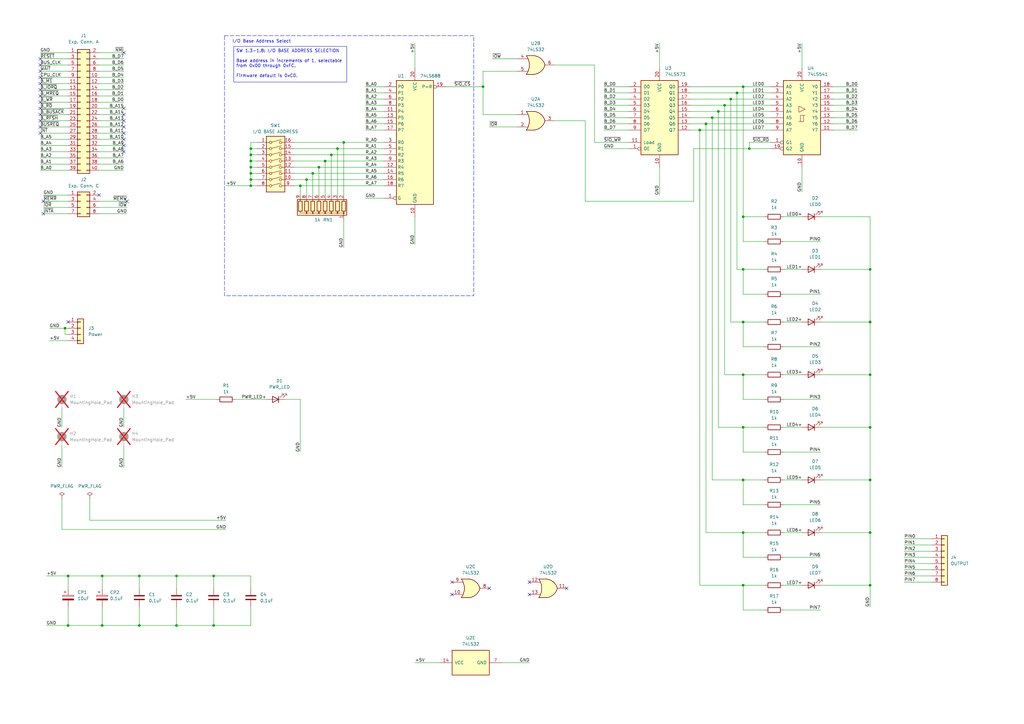
<source format=kicad_sch>
(kicad_sch (version 20231120) (generator "eeschema") (generator_version "8.0")
  (paper "A3")
  (title_block (title "Simple I/O board") (date "2024-06-30") (rev "1.0") (comment 1 "Requires expansion connector C"))
  (junction (at 27.94 256.54))
  (junction (at 294.64 45.72))
  (junction (at 41.91 256.54))
  (junction (at 287.02 53.34))
  (junction (at 130.81 68.58))
  (junction (at 102.87 60.96))
  (junction (at 41.91 236.22))
  (junction (at 26.67 134.62))
  (junction (at 87.63 256.54))
  (junction (at 27.94 236.22))
  (junction (at 87.63 236.22))
  (junction (at 102.87 66.04))
  (junction (at 123.19 76.2))
  (junction (at 133.35 66.04))
  (junction (at 102.87 76.2))
  (junction (at 304.8 88.9))
  (junction (at 138.43 60.96))
  (junction (at 356.87 153.67))
  (junction (at 356.87 196.85))
  (junction (at 57.15 236.22))
  (junction (at 356.87 218.44))
  (junction (at 302.26 38.1))
  (junction (at 356.87 110.49))
  (junction (at 198.12 35.56))
  (junction (at 356.87 132.08))
  (junction (at 304.8 153.67))
  (junction (at 304.8 175.26))
  (junction (at 304.8 240.03))
  (junction (at 72.39 236.22))
  (junction (at 102.87 63.5))
  (junction (at 102.87 68.58))
  (junction (at 292.1 48.26))
  (junction (at 299.72 40.64))
  (junction (at 135.89 63.5))
  (junction (at 297.18 43.18))
  (junction (at 304.8 110.49))
  (junction (at 72.39 256.54))
  (junction (at 128.27 71.12))
  (junction (at 140.97 58.42))
  (junction (at 102.87 71.12))
  (junction (at 307.34 60.96))
  (junction (at 102.87 73.66))
  (junction (at 289.56 50.8))
  (junction (at 304.8 218.44))
  (junction (at 57.15 256.54))
  (junction (at 304.8 35.56))
  (junction (at 356.87 175.26))
  (junction (at 356.87 240.03))
  (junction (at 304.8 132.08))
  (junction (at 304.8 196.85))
  (junction (at 125.73 73.66))
  (no_connect (at 50.8 46.99))
  (no_connect (at 50.8 44.45))
  (no_connect (at 217.17 238.76))
  (no_connect (at 50.8 62.23))
  (no_connect (at 50.8 59.69))
  (no_connect (at 16.51 24.13))
  (no_connect (at 16.51 54.61))
  (no_connect (at 50.8 49.53))
  (no_connect (at 50.8 21.59))
  (no_connect (at 16.51 36.83))
  (no_connect (at 232.41 241.3))
  (no_connect (at 52.07 82.55))
  (no_connect (at 16.51 29.21))
  (no_connect (at 16.51 41.91))
  (no_connect (at 27.94 132.08))
  (no_connect (at 16.51 26.67))
  (no_connect (at 185.42 238.76))
  (no_connect (at 17.78 87.63))
  (no_connect (at 185.42 243.84))
  (no_connect (at 17.78 82.55))
  (no_connect (at 16.51 44.45))
  (no_connect (at 16.51 46.99))
  (no_connect (at 50.8 54.61))
  (no_connect (at 16.51 52.07))
  (no_connect (at 200.66 241.3))
  (no_connect (at 16.51 39.37))
  (no_connect (at 40.64 80.01))
  (no_connect (at 50.8 52.07))
  (no_connect (at 16.51 34.29))
  (no_connect (at 50.8 57.15))
  (no_connect (at 16.51 31.75))
  (no_connect (at 217.17 243.84))
  (no_connect (at 16.51 49.53))
  (wire (pts (xy 50.8 36.83) (xy 40.64 36.83)))
  (wire (pts (xy 72.39 256.54) (xy 57.15 256.54)))
  (wire (pts (xy 356.87 132.08) (xy 356.87 153.67)))
  (wire (pts (xy 102.87 71.12) (xy 105.41 71.12)))
  (wire (pts (xy 25.4 204.47) (xy 25.4 217.17)))
  (wire (pts (xy 102.87 68.58) (xy 105.41 68.58)))
  (wire (pts (xy 321.31 142.24) (xy 336.55 142.24)))
  (wire (pts (xy 321.31 88.9) (xy 328.93 88.9)))
  (wire (pts (xy 328.93 68.58) (xy 328.93 78.74)))
  (wire (pts (xy 304.8 35.56) (xy 316.23 35.56)))
  (wire (pts (xy 57.15 241.3) (xy 57.15 236.22)))
  (wire (pts (xy 16.51 36.83) (xy 27.94 36.83)))
  (wire (pts (xy 294.64 45.72) (xy 316.23 45.72)))
  (wire (pts (xy 321.31 132.08) (xy 328.93 132.08)))
  (wire (pts (xy 16.51 46.99) (xy 27.94 46.99)))
  (wire (pts (xy 351.79 45.72) (xy 341.63 45.72)))
  (wire (pts (xy 304.8 110.49) (xy 302.26 110.49)))
  (wire (pts (xy 336.55 218.44) (xy 356.87 218.44)))
  (wire (pts (xy 247.65 35.56) (xy 257.81 35.56)))
  (wire (pts (xy 356.87 218.44) (xy 356.87 240.03)))
  (wire (pts (xy 50.8 167.64) (xy 50.8 175.26)))
  (wire (pts (xy 149.86 48.26) (xy 157.48 48.26)))
  (wire (pts (xy 57.15 256.54) (xy 41.91 256.54)))
  (wire (pts (xy 336.55 88.9) (xy 356.87 88.9)))
  (wire (pts (xy 17.78 80.01) (xy 27.94 80.01)))
  (wire (pts (xy 283.21 38.1) (xy 302.26 38.1)))
  (wire (pts (xy 289.56 50.8) (xy 316.23 50.8)))
  (wire (pts (xy 370.84 223.52) (xy 382.27 223.52)))
  (wire (pts (xy 140.97 58.42) (xy 140.97 80.01)))
  (wire (pts (xy 128.27 71.12) (xy 128.27 80.01)))
  (wire (pts (xy 304.8 175.26) (xy 294.64 175.26)))
  (wire (pts (xy 247.65 48.26) (xy 257.81 48.26)))
  (wire (pts (xy 40.64 85.09) (xy 52.07 85.09)))
  (wire (pts (xy 19.05 236.22) (xy 27.94 236.22)))
  (wire (pts (xy 50.8 41.91) (xy 40.64 41.91)))
  (wire (pts (xy 27.94 236.22) (xy 27.94 241.3)))
  (wire (pts (xy 149.86 35.56) (xy 157.48 35.56)))
  (wire (pts (xy 321.31 120.65) (xy 336.55 120.65)))
  (wire (pts (xy 105.41 60.96) (xy 102.87 60.96)))
  (wire (pts (xy 287.02 53.34) (xy 316.23 53.34)))
  (wire (pts (xy 356.87 240.03) (xy 356.87 248.92)))
  (wire (pts (xy 316.23 58.42) (xy 307.34 58.42)))
  (wire (pts (xy 16.51 69.85) (xy 27.94 69.85)))
  (wire (pts (xy 336.55 196.85) (xy 356.87 196.85)))
  (wire (pts (xy 27.94 85.09) (xy 17.78 85.09)))
  (wire (pts (xy 50.8 52.07) (xy 40.64 52.07)))
  (wire (pts (xy 120.65 68.58) (xy 130.81 68.58)))
  (wire (pts (xy 243.84 26.67) (xy 227.33 26.67)))
  (wire (pts (xy 304.8 120.65) (xy 304.8 110.49)))
  (wire (pts (xy 304.8 240.03) (xy 313.69 240.03)))
  (wire (pts (xy 102.87 73.66) (xy 105.41 73.66)))
  (wire (pts (xy 283.21 40.64) (xy 299.72 40.64)))
  (wire (pts (xy 140.97 90.17) (xy 140.97 101.6)))
  (wire (pts (xy 287.02 53.34) (xy 287.02 240.03)))
  (wire (pts (xy 304.8 163.83) (xy 304.8 153.67)))
  (wire (pts (xy 50.8 57.15) (xy 40.64 57.15)))
  (wire (pts (xy 25.4 182.88) (xy 25.4 191.77)))
  (wire (pts (xy 304.8 240.03) (xy 287.02 240.03)))
  (wire (pts (xy 16.51 41.91) (xy 27.94 41.91)))
  (wire (pts (xy 27.94 256.54) (xy 27.94 248.92)))
  (wire (pts (xy 257.81 58.42) (xy 243.84 58.42)))
  (wire (pts (xy 243.84 58.42) (xy 243.84 26.67)))
  (wire (pts (xy 40.64 82.55) (xy 52.07 82.55)))
  (wire (pts (xy 50.8 62.23) (xy 40.64 62.23)))
  (wire (pts (xy 20.32 134.62) (xy 26.67 134.62)))
  (wire (pts (xy 50.8 54.61) (xy 40.64 54.61)))
  (wire (pts (xy 299.72 40.64) (xy 299.72 132.08)))
  (wire (pts (xy 304.8 153.67) (xy 297.18 153.67)))
  (wire (pts (xy 283.21 48.26) (xy 292.1 48.26)))
  (wire (pts (xy 356.87 88.9) (xy 356.87 110.49)))
  (wire (pts (xy 336.55 240.03) (xy 356.87 240.03)))
  (wire (pts (xy 304.8 153.67) (xy 313.69 153.67)))
  (wire (pts (xy 299.72 132.08) (xy 304.8 132.08)))
  (wire (pts (xy 16.51 54.61) (xy 27.94 54.61)))
  (wire (pts (xy 123.19 163.83) (xy 123.19 185.42)))
  (wire (pts (xy 102.87 66.04) (xy 102.87 63.5)))
  (wire (pts (xy 120.65 60.96) (xy 138.43 60.96)))
  (wire (pts (xy 130.81 68.58) (xy 130.81 80.01)))
  (wire (pts (xy 50.8 49.53) (xy 40.64 49.53)))
  (wire (pts (xy 50.8 24.13) (xy 40.64 24.13)))
  (wire (pts (xy 76.2 163.83) (xy 88.9 163.83)))
  (wire (pts (xy 336.55 132.08) (xy 356.87 132.08)))
  (wire (pts (xy 16.51 44.45) (xy 27.94 44.45)))
  (wire (pts (xy 336.55 153.67) (xy 356.87 153.67)))
  (wire (pts (xy 370.84 238.76) (xy 382.27 238.76)))
  (wire (pts (xy 128.27 71.12) (xy 157.48 71.12)))
  (wire (pts (xy 50.8 34.29) (xy 40.64 34.29)))
  (wire (pts (xy 50.8 46.99) (xy 40.64 46.99)))
  (wire (pts (xy 157.48 81.28) (xy 149.86 81.28)))
  (wire (pts (xy 123.19 76.2) (xy 157.48 76.2)))
  (wire (pts (xy 313.69 185.42) (xy 304.8 185.42)))
  (wire (pts (xy 316.23 60.96) (xy 307.34 60.96)))
  (wire (pts (xy 356.87 153.67) (xy 356.87 175.26)))
  (wire (pts (xy 212.09 52.07) (xy 200.66 52.07)))
  (wire (pts (xy 270.51 17.78) (xy 270.51 27.94)))
  (wire (pts (xy 25.4 217.17) (xy 92.71 217.17)))
  (wire (pts (xy 36.83 213.36) (xy 92.71 213.36)))
  (wire (pts (xy 304.8 132.08) (xy 313.69 132.08)))
  (wire (pts (xy 299.72 40.64) (xy 316.23 40.64)))
  (wire (pts (xy 16.51 29.21) (xy 27.94 29.21)))
  (wire (pts (xy 351.79 48.26) (xy 341.63 48.26)))
  (wire (pts (xy 304.8 250.19) (xy 304.8 240.03)))
  (wire (pts (xy 50.8 59.69) (xy 40.64 59.69)))
  (wire (pts (xy 297.18 153.67) (xy 297.18 43.18)))
  (wire (pts (xy 102.87 248.92) (xy 102.87 256.54)))
  (wire (pts (xy 313.69 120.65) (xy 304.8 120.65)))
  (wire (pts (xy 123.19 76.2) (xy 123.19 80.01)))
  (wire (pts (xy 336.55 175.26) (xy 356.87 175.26)))
  (wire (pts (xy 120.65 73.66) (xy 125.73 73.66)))
  (wire (pts (xy 170.18 271.78) (xy 180.34 271.78)))
  (wire (pts (xy 120.65 63.5) (xy 135.89 63.5)))
  (wire (pts (xy 16.51 49.53) (xy 27.94 49.53)))
  (wire (pts (xy 351.79 43.18) (xy 341.63 43.18)))
  (wire (pts (xy 16.51 59.69) (xy 27.94 59.69)))
  (wire (pts (xy 102.87 63.5) (xy 105.41 63.5)))
  (wire (pts (xy 25.4 167.64) (xy 25.4 175.26)))
  (wire (pts (xy 16.51 39.37) (xy 27.94 39.37)))
  (wire (pts (xy 240.03 82.55) (xy 240.03 49.53)))
  (wire (pts (xy 284.48 82.55) (xy 240.03 82.55)))
  (wire (pts (xy 16.51 26.67) (xy 27.94 26.67)))
  (wire (pts (xy 304.8 142.24) (xy 304.8 132.08)))
  (wire (pts (xy 212.09 29.21) (xy 198.12 29.21)))
  (wire (pts (xy 125.73 73.66) (xy 157.48 73.66)))
  (wire (pts (xy 105.41 58.42) (xy 102.87 58.42)))
  (wire (pts (xy 247.65 53.34) (xy 257.81 53.34)))
  (wire (pts (xy 102.87 256.54) (xy 87.63 256.54)))
  (wire (pts (xy 351.79 40.64) (xy 341.63 40.64)))
  (wire (pts (xy 247.65 50.8) (xy 257.81 50.8)))
  (wire (pts (xy 304.8 175.26) (xy 313.69 175.26)))
  (wire (pts (xy 351.79 50.8) (xy 341.63 50.8)))
  (wire (pts (xy 313.69 163.83) (xy 304.8 163.83)))
  (wire (pts (xy 283.21 50.8) (xy 289.56 50.8)))
  (wire (pts (xy 87.63 256.54) (xy 72.39 256.54)))
  (wire (pts (xy 120.65 76.2) (xy 123.19 76.2)))
  (wire (pts (xy 321.31 99.06) (xy 336.55 99.06)))
  (wire (pts (xy 96.52 163.83) (xy 109.22 163.83)))
  (wire (pts (xy 321.31 163.83) (xy 336.55 163.83)))
  (wire (pts (xy 240.03 49.53) (xy 227.33 49.53)))
  (wire (pts (xy 313.69 228.6) (xy 304.8 228.6)))
  (wire (pts (xy 27.94 82.55) (xy 17.78 82.55)))
  (wire (pts (xy 19.05 256.54) (xy 27.94 256.54)))
  (wire (pts (xy 16.51 31.75) (xy 27.94 31.75)))
  (wire (pts (xy 50.8 67.31) (xy 40.64 67.31)))
  (wire (pts (xy 321.31 185.42) (xy 336.55 185.42)))
  (wire (pts (xy 205.74 271.78) (xy 217.17 271.78)))
  (wire (pts (xy 52.07 87.63) (xy 40.64 87.63)))
  (wire (pts (xy 304.8 185.42) (xy 304.8 175.26)))
  (wire (pts (xy 41.91 236.22) (xy 41.91 241.3)))
  (wire (pts (xy 102.87 60.96) (xy 102.87 63.5)))
  (wire (pts (xy 26.67 137.16) (xy 26.67 134.62)))
  (wire (pts (xy 120.65 66.04) (xy 133.35 66.04)))
  (wire (pts (xy 92.71 76.2) (xy 102.87 76.2)))
  (wire (pts (xy 27.94 137.16) (xy 26.67 137.16)))
  (wire (pts (xy 302.26 38.1) (xy 302.26 110.49)))
  (wire (pts (xy 321.31 196.85) (xy 328.93 196.85)))
  (wire (pts (xy 149.86 38.1) (xy 157.48 38.1)))
  (wire (pts (xy 370.84 226.06) (xy 382.27 226.06)))
  (wire (pts (xy 16.51 52.07) (xy 27.94 52.07)))
  (wire (pts (xy 20.32 139.7) (xy 27.94 139.7)))
  (wire (pts (xy 321.31 153.67) (xy 328.93 153.67)))
  (wire (pts (xy 283.21 43.18) (xy 297.18 43.18)))
  (wire (pts (xy 170.18 17.78) (xy 170.18 27.94)))
  (wire (pts (xy 321.31 175.26) (xy 328.93 175.26)))
  (wire (pts (xy 292.1 48.26) (xy 292.1 196.85)))
  (wire (pts (xy 247.65 45.72) (xy 257.81 45.72)))
  (wire (pts (xy 102.87 68.58) (xy 102.87 66.04)))
  (wire (pts (xy 138.43 60.96) (xy 138.43 80.01)))
  (wire (pts (xy 149.86 45.72) (xy 157.48 45.72)))
  (wire (pts (xy 307.34 60.96) (xy 284.48 60.96)))
  (wire (pts (xy 120.65 58.42) (xy 140.97 58.42)))
  (wire (pts (xy 50.8 64.77) (xy 40.64 64.77)))
  (wire (pts (xy 102.87 76.2) (xy 105.41 76.2)))
  (wire (pts (xy 283.21 45.72) (xy 294.64 45.72)))
  (wire (pts (xy 102.87 241.3) (xy 102.87 236.22)))
  (wire (pts (xy 16.51 57.15) (xy 27.94 57.15)))
  (wire (pts (xy 102.87 71.12) (xy 102.87 68.58)))
  (wire (pts (xy 87.63 241.3) (xy 87.63 236.22)))
  (wire (pts (xy 304.8 228.6) (xy 304.8 218.44)))
  (wire (pts (xy 321.31 250.19) (xy 336.55 250.19)))
  (wire (pts (xy 302.26 38.1) (xy 316.23 38.1)))
  (wire (pts (xy 102.87 73.66) (xy 102.87 71.12)))
  (wire (pts (xy 313.69 142.24) (xy 304.8 142.24)))
  (wire (pts (xy 370.84 233.68) (xy 382.27 233.68)))
  (wire (pts (xy 17.78 87.63) (xy 27.94 87.63)))
  (wire (pts (xy 135.89 63.5) (xy 135.89 80.01)))
  (wire (pts (xy 370.84 231.14) (xy 382.27 231.14)))
  (wire (pts (xy 16.51 64.77) (xy 27.94 64.77)))
  (wire (pts (xy 351.79 53.34) (xy 341.63 53.34)))
  (wire (pts (xy 212.09 46.99) (xy 198.12 46.99)))
  (wire (pts (xy 149.86 50.8) (xy 157.48 50.8)))
  (wire (pts (xy 149.86 53.34) (xy 157.48 53.34)))
  (wire (pts (xy 321.31 207.01) (xy 336.55 207.01)))
  (wire (pts (xy 102.87 236.22) (xy 87.63 236.22)))
  (wire (pts (xy 304.8 99.06) (xy 304.8 88.9)))
  (wire (pts (xy 247.65 40.64) (xy 257.81 40.64)))
  (wire (pts (xy 135.89 63.5) (xy 157.48 63.5)))
  (wire (pts (xy 50.8 31.75) (xy 40.64 31.75)))
  (wire (pts (xy 50.8 69.85) (xy 40.64 69.85)))
  (wire (pts (xy 304.8 196.85) (xy 313.69 196.85)))
  (wire (pts (xy 304.8 218.44) (xy 313.69 218.44)))
  (wire (pts (xy 27.94 236.22) (xy 41.91 236.22)))
  (wire (pts (xy 313.69 99.06) (xy 304.8 99.06)))
  (wire (pts (xy 283.21 35.56) (xy 304.8 35.56)))
  (wire (pts (xy 351.79 38.1) (xy 341.63 38.1)))
  (wire (pts (xy 307.34 58.42) (xy 307.34 60.96)))
  (wire (pts (xy 321.31 240.03) (xy 328.93 240.03)))
  (wire (pts (xy 321.31 110.49) (xy 328.93 110.49)))
  (wire (pts (xy 50.8 182.88) (xy 50.8 191.77)))
  (wire (pts (xy 72.39 241.3) (xy 72.39 236.22)))
  (wire (pts (xy 292.1 48.26) (xy 316.23 48.26)))
  (wire (pts (xy 149.86 43.18) (xy 157.48 43.18)))
  (wire (pts (xy 304.8 88.9) (xy 313.69 88.9)))
  (wire (pts (xy 102.87 58.42) (xy 102.87 60.96)))
  (wire (pts (xy 87.63 248.92) (xy 87.63 256.54)))
  (wire (pts (xy 16.51 67.31) (xy 27.94 67.31)))
  (wire (pts (xy 50.8 44.45) (xy 40.64 44.45)))
  (wire (pts (xy 257.81 60.96) (xy 247.65 60.96)))
  (wire (pts (xy 247.65 38.1) (xy 257.81 38.1)))
  (wire (pts (xy 313.69 250.19) (xy 304.8 250.19)))
  (wire (pts (xy 16.51 21.59) (xy 27.94 21.59)))
  (wire (pts (xy 102.87 66.04) (xy 105.41 66.04)))
  (wire (pts (xy 50.8 21.59) (xy 40.64 21.59)))
  (wire (pts (xy 140.97 58.42) (xy 157.48 58.42)))
  (wire (pts (xy 356.87 196.85) (xy 356.87 218.44)))
  (wire (pts (xy 304.8 35.56) (xy 304.8 88.9)))
  (wire (pts (xy 289.56 50.8) (xy 289.56 218.44)))
  (wire (pts (xy 351.79 35.56) (xy 341.63 35.56)))
  (wire (pts (xy 170.18 88.9) (xy 170.18 100.33)))
  (wire (pts (xy 283.21 53.34) (xy 287.02 53.34)))
  (wire (pts (xy 370.84 236.22) (xy 382.27 236.22)))
  (wire (pts (xy 50.8 29.21) (xy 40.64 29.21)))
  (wire (pts (xy 284.48 60.96) (xy 284.48 82.55)))
  (wire (pts (xy 87.63 236.22) (xy 72.39 236.22)))
  (wire (pts (xy 356.87 175.26) (xy 356.87 196.85)))
  (wire (pts (xy 16.51 24.13) (xy 27.94 24.13)))
  (wire (pts (xy 313.69 207.01) (xy 304.8 207.01)))
  (wire (pts (xy 138.43 60.96) (xy 157.48 60.96)))
  (wire (pts (xy 125.73 73.66) (xy 125.73 80.01)))
  (wire (pts (xy 41.91 256.54) (xy 41.91 248.92)))
  (wire (pts (xy 149.86 40.64) (xy 157.48 40.64)))
  (wire (pts (xy 294.64 45.72) (xy 294.64 175.26)))
  (wire (pts (xy 212.09 24.13) (xy 201.93 24.13)))
  (wire (pts (xy 72.39 236.22) (xy 57.15 236.22)))
  (wire (pts (xy 198.12 29.21) (xy 198.12 35.56)))
  (wire (pts (xy 27.94 256.54) (xy 41.91 256.54)))
  (wire (pts (xy 336.55 110.49) (xy 356.87 110.49)))
  (wire (pts (xy 57.15 248.92) (xy 57.15 256.54)))
  (wire (pts (xy 297.18 43.18) (xy 316.23 43.18)))
  (wire (pts (xy 247.65 43.18) (xy 257.81 43.18)))
  (wire (pts (xy 370.84 228.6) (xy 382.27 228.6)))
  (wire (pts (xy 57.15 236.22) (xy 41.91 236.22)))
  (wire (pts (xy 198.12 46.99) (xy 198.12 35.56)))
  (wire (pts (xy 328.93 17.78) (xy 328.93 27.94)))
  (wire (pts (xy 120.65 71.12) (xy 128.27 71.12)))
  (wire (pts (xy 321.31 228.6) (xy 336.55 228.6)))
  (wire (pts (xy 304.8 196.85) (xy 292.1 196.85)))
  (wire (pts (xy 270.51 68.58) (xy 270.51 80.01)))
  (wire (pts (xy 304.8 207.01) (xy 304.8 196.85)))
  (wire (pts (xy 304.8 218.44) (xy 289.56 218.44)))
  (wire (pts (xy 370.84 220.98) (xy 382.27 220.98)))
  (wire (pts (xy 133.35 66.04) (xy 133.35 80.01)))
  (wire (pts (xy 182.88 35.56) (xy 198.12 35.56)))
  (wire (pts (xy 50.8 26.67) (xy 40.64 26.67)))
  (wire (pts (xy 133.35 66.04) (xy 157.48 66.04)))
  (wire (pts (xy 72.39 248.92) (xy 72.39 256.54)))
  (wire (pts (xy 102.87 76.2) (xy 102.87 73.66)))
  (wire (pts (xy 50.8 39.37) (xy 40.64 39.37)))
  (wire (pts (xy 26.67 134.62) (xy 27.94 134.62)))
  (wire (pts (xy 16.51 62.23) (xy 27.94 62.23)))
  (wire (pts (xy 304.8 110.49) (xy 313.69 110.49)))
  (wire (pts (xy 36.83 204.47) (xy 36.83 213.36)))
  (wire (pts (xy 321.31 218.44) (xy 328.93 218.44)))
  (wire (pts (xy 356.87 110.49) (xy 356.87 132.08)))
  (wire (pts (xy 123.19 163.83) (xy 116.84 163.83)))
  (wire (pts (xy 130.81 68.58) (xy 157.48 68.58)))
  (wire (pts (xy 16.51 34.29) (xy 27.94 34.29)))
  (rectangle (start 92.075 14.605) (end 194.31 121.285) (stroke (width 0) (type dash)))
  (text_box "SW 1.3-1.8: I/O BASE ADDRESS SELECTION\n\nBase address in increments of 1, selectable\nfrom 0x00 through 0xFC.\n\nFirmware default is 0xC0." (at 95.885 19.05 0) (size 46.355 14.605) (effects (font (size 1.27 1.27)) (justify left top)))
  (text "I/O Base Address Select" (at 95.25 17.78 0) (effects (font (size 1.27 1.27)) (justify left bottom)))
  (label "GND" (at 50.8 175.26 90))
  (label "LED6" (at 308.61 50.8 0))
  (label "B_D7" (at 247.65 53.34 0))
  (label "LED2" (at 308.61 40.64 0))
  (label "~{RESET}" (at 16.51 24.13 0))
  (label "GND" (at 25.4 191.77 90))
  (label "GND" (at 270.51 80.01 90))
  (label "B_A0" (at 149.86 35.56 0))
  (label "B_D7" (at 351.79 53.34 180))
  (label "GND" (at 17.78 80.01 0))
  (label "~{INT}" (at 16.51 54.61 0))
  (label "~{SIO_CS}" (at 193.04 35.56 180))
  (label "B_A1" (at 16.51 67.31 0))
  (label "GND" (at 50.8 191.77 90))
  (label "B_A9" (at 50.8 59.69 180))
  (label "R_A1" (at 149.86 60.96 0))
  (label "B_D4" (at 50.8 31.75 180))
  (label "GND" (at 16.51 21.59 0))
  (label "PIN7" (at 370.84 238.76 0))
  (label "GND" (at 247.65 60.96 0))
  (label "~{IOR}" (at 17.78 85.09 0))
  (label "B_A8" (at 50.8 62.23 180))
  (label "LED0+" (at 322.58 88.9 0))
  (label "B_A5" (at 16.51 57.15 0))
  (label "B_A4" (at 16.51 59.69 0))
  (label "LED1+" (at 322.58 110.49 0))
  (label "PIN0" (at 370.84 220.98 0))
  (label "R_A4" (at 149.86 68.58 0))
  (label "PIN3" (at 336.55 163.83 180))
  (label "LED4" (at 308.61 45.72 0))
  (label "BUS_CLK" (at 16.51 26.67 0))
  (label "~{IOR}" (at 200.66 52.07 0))
  (label "~{B_M1}" (at 16.51 34.29 0))
  (label "B_A6" (at 50.8 67.31 180))
  (label "PIN5" (at 370.84 233.68 0))
  (label "LED4+" (at 322.58 175.26 0))
  (label "B_A3" (at 149.86 43.18 0))
  (label "B_D3" (at 247.65 43.18 0))
  (label "B_A3" (at 16.51 62.23 0))
  (label "PIN4" (at 336.55 185.42 180))
  (label "B_D5" (at 50.8 29.21 180))
  (label "B_D3" (at 50.8 34.29 180))
  (label "+5V" (at 92.71 213.36 180))
  (label "~{B_RFSH}" (at 16.51 49.53 0))
  (label "R_A5" (at 149.86 71.12 0))
  (label "LED1" (at 308.61 38.1 0))
  (label "B_A7" (at 50.8 64.77 180))
  (label "B_A7" (at 149.86 53.34 0))
  (label "B_A4" (at 149.86 45.72 0))
  (label "+5V" (at 170.18 271.78 0))
  (label "PIN6" (at 370.84 236.22 0))
  (label "CPU_CLK" (at 16.51 31.75 0))
  (label "GND" (at 25.4 175.26 90))
  (label "B_D6" (at 50.8 26.67 180))
  (label "B_D0" (at 247.65 35.56 0))
  (label "B_D5" (at 247.65 48.26 0))
  (label "GND" (at 92.71 217.17 180))
  (label "LED7" (at 308.61 53.34 0))
  (label "B_A2" (at 149.86 40.64 0))
  (label "B_D2" (at 351.79 40.64 180))
  (label "~{NMI}" (at 50.8 21.59 180))
  (label "LED2+" (at 322.58 132.08 0))
  (label "~{WAIT}" (at 16.51 29.21 0))
  (label "B_A11" (at 50.8 54.61 180))
  (label "+5V" (at 92.71 76.2 0))
  (label "B_D7" (at 50.8 24.13 180))
  (label "B_A13" (at 50.8 49.53 180))
  (label "~{SIO_RD}" (at 308.61 58.42 0))
  (label "B_D1" (at 351.79 38.1 180))
  (label "B_D2" (at 247.65 40.64 0))
  (label "B_D4" (at 247.65 45.72 0))
  (label "LED7+" (at 322.58 240.03 0))
  (label "GND" (at 20.32 134.62 0))
  (label "PIN2" (at 336.55 142.24 180))
  (label "~{B_BUSACK}" (at 16.51 46.99 0))
  (label "B_D0" (at 351.79 35.56 180))
  (label "B_A10" (at 50.8 57.15 180))
  (label "B_D5" (at 351.79 48.26 180))
  (label "~{B_MREQ}" (at 16.51 39.37 0))
  (label "B_A1" (at 149.86 38.1 0))
  (label "LED5+" (at 322.58 196.85 0))
  (label "PIN4" (at 370.84 231.14 0))
  (label "~{INTA}" (at 17.78 87.63 0))
  (label "R_A0" (at 149.86 58.42 0))
  (label "R_A6" (at 149.86 73.66 0))
  (label "B_D3" (at 351.79 43.18 180))
  (label "B_A6" (at 149.86 50.8 0))
  (label "GND" (at 217.17 271.78 180))
  (label "R_A2" (at 149.86 63.5 0))
  (label "GND" (at 170.18 100.33 90))
  (label "~{SIO_WR}" (at 247.65 58.42 0))
  (label "+5V" (at 270.51 17.78 270))
  (label "GND" (at 140.97 101.6 90))
  (label "GND" (at 19.05 256.54 0))
  (label "PIN1" (at 336.55 120.65 180))
  (label "~{IOW}" (at 201.93 24.13 0))
  (label "B_D6" (at 351.79 50.8 180))
  (label "B_D0" (at 50.8 41.91 180))
  (label "LED5" (at 308.61 48.26 0))
  (label "~{IOW}" (at 52.07 85.09 180))
  (label "PWR_LED+" (at 99.06 163.83 0))
  (label "B_A5" (at 149.86 48.26 0))
  (label "~{B_WR}" (at 16.51 41.91 0))
  (label "GND" (at 50.8 69.85 180))
  (label "B_D2" (at 50.8 36.83 180))
  (label "+5V" (at 170.18 17.78 270))
  (label "B_D4" (at 351.79 45.72 180))
  (label "PIN0" (at 336.55 99.06 180))
  (label "GND" (at 356.87 248.92 90))
  (label "B_A2" (at 16.51 64.77 0))
  (label "GND" (at 123.19 185.42 90))
  (label "PIN7" (at 336.55 250.19 180))
  (label "GND" (at 328.93 78.74 90))
  (label "R_A3" (at 149.86 66.04 0))
  (label "B_A0" (at 16.51 69.85 0))
  (label "B_A12" (at 50.8 52.07 180))
  (label "PIN3" (at 370.84 228.6 0))
  (label "~{MEMW}" (at 52.07 82.55 180))
  (label "B_D1" (at 247.65 38.1 0))
  (label "LED6+" (at 322.58 218.44 0))
  (label "B_D6" (at 247.65 50.8 0))
  (label "PIN6" (at 336.55 228.6 180))
  (label "~{B_IORQ}" (at 16.51 36.83 0))
  (label "+5V" (at 20.32 139.7 0))
  (label "GND" (at 149.86 81.28 0))
  (label "B_A14" (at 50.8 46.99 180))
  (label "LED0" (at 308.61 35.56 0))
  (label "~{MEMR}" (at 17.78 82.55 0))
  (label "+5V" (at 19.05 236.22 0))
  (label "LED3+" (at 322.58 153.67 0))
  (label "~{B_RD}" (at 16.51 44.45 0))
  (label "+5V" (at 76.2 163.83 0))
  (label "PIN5" (at 336.55 207.01 180))
  (label "~{BUSREQ}" (at 16.51 52.07 0))
  (label "PIN1" (at 370.84 223.52 0))
  (label "LED3" (at 308.61 43.18 0))
  (label "B_D1" (at 50.8 39.37 180))
  (label "GND" (at 52.07 87.63 180))
  (label "B_A15" (at 50.8 44.45 180))
  (label "+5V" (at 328.93 17.78 270))
  (label "PIN2" (at 370.84 226.06 0))
  (label "R_A7" (at 149.86 76.2 0))
  (symbol (lib_id "power:PWR_FLAG") (at 36.83 204.47 0) (unit 1)
    (property "Reference" "#FLG02" (effects (hide yes)))
    (property "Value" "PWR_FLAG" (at 36.83 199.39 0))
    (property "Description" "Special symbol for telling ERC where power comes from" (effects (hide yes)))
  )
  (symbol (lib_id "74xx:74LS541") (at 328.93 48.26 0) (unit 1)
    (property "Reference" "U4" (at 331.1241 27.94 0) (effects (justify left)))
    (property "Value" "74LS541" (at 331.1241 30.48 0) (effects (justify left)))
    (property "Footprint" "Package_DIP:DIP-20_W7.62mm_Socket" (effects (hide yes)))
    (property "Datasheet" "http://www.ti.com/lit/gpn/sn74LS541" (effects (hide yes)))
    (property "Description" "8-bit Buffer/Line Driver 3-state outputs" (effects (hide yes)))
    (property "MPN" "1-2199298-6" (effects (hide yes)))
    (property "Manufacturer" "TE Connectivity " (effects (hide yes)))
    (property "Package" "DIP-20" (effects (hide yes)))
  )
  (symbol (lib_id "Mechanical:MountingHole_Pad") (at 50.8 180.34 0) (unit 1) (in_bom no) (dnp yes)
    (property "Reference" "H4" (at 53.975 177.7999 0) (effects (justify left)))
    (property "Value" "MountingHole_Pad" (at 53.975 180.3399 0) (effects (justify left)))
    (property "Footprint" "MountingHole:MountingHole_3.2mm_M3_ISO7380_Pad" (effects (hide yes)))
  )
  (symbol (lib_id "Device:R") (at 317.5 228.6 90) (unit 1)
    (property "Reference" "R15" (at 317.5 222.885 90))
    (property "Value" "1k" (at 317.5 225.425 90))
    (property "Footprint" "Resistor_THT:R_Axial_DIN0204_L3.6mm_D1.6mm_P7.62mm_Horizontal" (effects (hide yes)))
    (property "Description" "Metal Film Resistors 1kΩ 2W ±50ppm/℃ ±1% Plugin Through Hole Resistors ROHS" (effects (hide yes)))
    (property "MPN" "MBA02040C1001FC100" (effects (hide yes)))
    (property "Manufacturer" "Vishay Intertech" (effects (hide yes)))
    (property "Package" "Plugin" (effects (hide yes)))
  )
  (symbol (lib_id "Device:LED") (at 113.03 163.83 180) (unit 1)
    (property "Reference" "D1" (at 114.6175 156.21 0))
    (property "Value" "PWR_LED" (at 114.6175 158.75 0))
    (property "Footprint" "LED_THT:LED_D3.0mm" (effects (hide yes)))
    (property "Description" "-40℃~+100℃ 626nm Red 14mW Plugin,D=3.2mm Light Emitting Diodes (LED) ROHS" (effects (hide yes)))
    (property "MPN" "HLMP-1700" (effects (hide yes)))
    (property "Manufacturer" "Broadcom/AVAGO" (effects (hide yes)))
    (property "Package" "LED_D3.0mm" (effects (hide yes)))
  )
  (symbol (lib_id "Device:R") (at 317.5 110.49 90) (unit 1)
    (property "Reference" "R4" (at 317.5 104.14 90))
    (property "Value" "1k" (at 317.5 106.68 90))
    (property "Footprint" "Resistor_THT:R_Axial_DIN0204_L3.6mm_D1.6mm_P7.62mm_Horizontal" (effects (hide yes)))
    (property "Description" "Metal Film Resistors 1kΩ 2W ±50ppm/℃ ±1% Plugin Through Hole Resistors ROHS" (effects (hide yes)))
    (property "MPN" "MBA02040C1001FC100" (effects (hide yes)))
    (property "Manufacturer" "Vishay Intertech" (effects (hide yes)))
    (property "Package" "Plugin" (effects (hide yes)))
  )
  (symbol (lib_id "Device:R") (at 92.71 163.83 90) (unit 1)
    (property "Reference" "R1" (at 92.71 158.115 90))
    (property "Value" "1k" (at 92.71 160.655 90))
    (property "Footprint" "Resistor_THT:R_Axial_DIN0204_L3.6mm_D1.6mm_P7.62mm_Horizontal" (effects (hide yes)))
    (property "Description" "Metal Film Resistors 1kΩ 2W ±50ppm/℃ ±1% Plugin Through Hole Resistors ROHS" (effects (hide yes)))
    (property "MPN" "MBA02040C1001FC100" (effects (hide yes)))
    (property "Manufacturer" "Vishay Intertech" (effects (hide yes)))
    (property "Package" "Plugin" (effects (hide yes)))
  )
  (symbol (lib_id "Connector_Generic:Conn_01x04") (at 33.02 134.62 0) (unit 1)
    (property "Reference" "J3" (at 36.195 134.62 0) (effects (justify left)))
    (property "Value" "Power" (at 36.195 137.16 0) (effects (justify left)))
    (property "Footprint" "footprints:TE_171826-4" (effects (hide yes)))
    (property "Description" "Connector Header Through Hole, Right Angle 4 position 0.098\" (2.50mm)" (effects (hide yes)))
    (property "MPN" "171826-4" (effects (hide yes)))
    (property "Manufacturer" "TE Connectivity AMP Connectors" (effects (hide yes)))
    (property "Package" "Plugin" (effects (hide yes)))
  )
  (symbol (lib_id "Device:R") (at 317.5 99.06 90) (unit 1)
    (property "Reference" "R3" (at 317.5 93.345 90))
    (property "Value" "1k" (at 317.5 95.885 90))
    (property "Footprint" "Resistor_THT:R_Axial_DIN0204_L3.6mm_D1.6mm_P7.62mm_Horizontal" (effects (hide yes)))
    (property "Description" "Metal Film Resistors 1kΩ 2W ±50ppm/℃ ±1% Plugin Through Hole Resistors ROHS" (effects (hide yes)))
    (property "MPN" "MBA02040C1001FC100" (effects (hide yes)))
    (property "Manufacturer" "Vishay Intertech" (effects (hide yes)))
    (property "Package" "Plugin" (effects (hide yes)))
  )
  (symbol (lib_id "Device:C") (at 57.15 245.11 0) (unit 1)
    (property "Reference" "C1" (at 60.96 243.84 0) (effects (justify left)))
    (property "Value" "0.1uF" (at 60.96 246.38 0) (effects (justify left)))
    (property "Footprint" "Capacitor_THT:C_Disc_D5.0mm_W2.5mm_P2.50mm" (effects (hide yes)))
    (property "Description" " ±10% 50V 100nF X7R Plugin,P=5mm Multilayer Ceramic Capacitors MLCC - Leaded ROHS " (effects (hide yes)))
    (property "MPN" "FG28X7R1H104KNT06" (effects (hide yes)))
    (property "Manufacturer" "TDK" (effects (hide yes)))
    (property "Package" " Plugin,P=5mm" (effects (hide yes)))
  )
  (symbol (lib_id "Device:R") (at 317.5 218.44 90) (unit 1)
    (property "Reference" "R14" (at 317.5 212.09 90))
    (property "Value" "1k" (at 317.5 214.63 90))
    (property "Footprint" "Resistor_THT:R_Axial_DIN0204_L3.6mm_D1.6mm_P7.62mm_Horizontal" (effects (hide yes)))
    (property "Description" "Metal Film Resistors 1kΩ 2W ±50ppm/℃ ±1% Plugin Through Hole Resistors ROHS" (effects (hide yes)))
    (property "MPN" "MBA02040C1001FC100" (effects (hide yes)))
    (property "Manufacturer" "Vishay Intertech" (effects (hide yes)))
    (property "Package" "Plugin" (effects (hide yes)))
  )
  (symbol (lib_id "Device:LED") (at 332.74 110.49 180) (unit 1)
    (property "Reference" "D3" (at 334.3275 102.87 0))
    (property "Value" "LED1" (at 334.3275 105.41 0))
    (property "Footprint" "LED_THT:LED_D3.0mm" (effects (hide yes)))
    (property "Description" "-40℃~+100℃ 626nm Red 14mW Plugin,D=3.2mm Light Emitting Diodes (LED) ROHS" (effects (hide yes)))
    (property "MPN" "HLMP-1700" (effects (hide yes)))
    (property "Manufacturer" "Broadcom/AVAGO" (effects (hide yes)))
    (property "Package" "LED_D3.0mm" (effects (hide yes)))
  )
  (symbol (lib_id "Device:R") (at 317.5 132.08 90) (unit 1)
    (property "Reference" "R6" (at 317.5 125.73 90))
    (property "Value" "1k" (at 317.5 128.27 90))
    (property "Footprint" "Resistor_THT:R_Axial_DIN0204_L3.6mm_D1.6mm_P7.62mm_Horizontal" (effects (hide yes)))
    (property "Description" "Metal Film Resistors 1kΩ 2W ±50ppm/℃ ±1% Plugin Through Hole Resistors ROHS" (effects (hide yes)))
    (property "MPN" "MBA02040C1001FC100" (effects (hide yes)))
    (property "Manufacturer" "Vishay Intertech" (effects (hide yes)))
    (property "Package" "Plugin" (effects (hide yes)))
  )
  (symbol (lib_id "Device:LED") (at 332.74 88.9 180) (unit 1)
    (property "Reference" "D2" (at 334.3275 81.28 0))
    (property "Value" "LED0" (at 334.3275 83.82 0))
    (property "Footprint" "LED_THT:LED_D3.0mm" (effects (hide yes)))
    (property "Description" "-40℃~+100℃ 626nm Red 14mW Plugin,D=3.2mm Light Emitting Diodes (LED) ROHS" (effects (hide yes)))
    (property "MPN" "HLMP-1700" (effects (hide yes)))
    (property "Manufacturer" "Broadcom/AVAGO" (effects (hide yes)))
    (property "Package" "LED_D3.0mm" (effects (hide yes)))
  )
  (symbol (lib_id "Device:R_Network08") (at 130.81 85.09 180) (unit 1)
    (property "Reference" "RN1" (at 136.525 90.17 0) (effects (justify left)))
    (property "Value" "1k" (at 131.445 90.17 0) (effects (justify left)))
    (property "Footprint" "Resistor_THT:R_Array_SIP9" (effects (hide yes)))
    (property "Datasheet" "http://www.vishay.com/docs/31509/csc.pdf" (effects (hide yes)))
    (property "Description" "Metal Film Resistors 1kΩ 2W ±50ppm/℃ ±1% Plugin Through Hole Resistors ROHS" (effects (hide yes)))
    (property "MPN" "MBA02040C1001FC100" (effects (hide yes)))
    (property "Manufacturer" "Vishay Intertech" (effects (hide yes)))
    (property "Package" "Plugin" (effects (hide yes)))
  )
  (symbol (lib_id "Mechanical:MountingHole_Pad") (at 25.4 165.1 0) (unit 1) (in_bom no) (dnp yes)
    (property "Reference" "H1" (at 28.575 162.5599 0) (effects (justify left)))
    (property "Value" "MountingHole_Pad" (at 28.575 165.0999 0) (effects (justify left)))
    (property "Footprint" "MountingHole:MountingHole_3.2mm_M3_ISO7380_Pad" (effects (hide yes)))
  )
  (symbol (lib_id "Device:R") (at 317.5 185.42 90) (unit 1)
    (property "Reference" "R11" (at 317.5 179.705 90))
    (property "Value" "1k" (at 317.5 182.245 90))
    (property "Footprint" "Resistor_THT:R_Axial_DIN0204_L3.6mm_D1.6mm_P7.62mm_Horizontal" (effects (hide yes)))
    (property "Description" "Metal Film Resistors 1kΩ 2W ±50ppm/℃ ±1% Plugin Through Hole Resistors ROHS" (effects (hide yes)))
    (property "MPN" "MBA02040C1001FC100" (effects (hide yes)))
    (property "Manufacturer" "Vishay Intertech" (effects (hide yes)))
    (property "Package" "Plugin" (effects (hide yes)))
  )
  (symbol (lib_id "Mechanical:MountingHole_Pad") (at 50.8 165.1 0) (unit 1) (in_bom no) (dnp yes)
    (property "Reference" "H3" (at 53.975 162.5599 0) (effects (justify left)))
    (property "Value" "MountingHole_Pad" (at 53.975 165.0999 0) (effects (justify left)))
    (property "Footprint" "MountingHole:MountingHole_3.2mm_M3_ISO7380_Pad" (effects (hide yes)))
  )
  (symbol (lib_id "Device:R") (at 317.5 175.26 90) (unit 1)
    (property "Reference" "R10" (at 317.5 168.91 90))
    (property "Value" "1k" (at 317.5 171.45 90))
    (property "Footprint" "Resistor_THT:R_Axial_DIN0204_L3.6mm_D1.6mm_P7.62mm_Horizontal" (effects (hide yes)))
    (property "Description" "Metal Film Resistors 1kΩ 2W ±50ppm/℃ ±1% Plugin Through Hole Resistors ROHS" (effects (hide yes)))
    (property "MPN" "MBA02040C1001FC100" (effects (hide yes)))
    (property "Manufacturer" "Vishay Intertech" (effects (hide yes)))
    (property "Package" "Plugin" (effects (hide yes)))
  )
  (symbol (lib_id "Device:R") (at 317.5 240.03 90) (unit 1)
    (property "Reference" "R16" (at 317.5 233.68 90))
    (property "Value" "1k" (at 317.5 236.22 90))
    (property "Footprint" "Resistor_THT:R_Axial_DIN0204_L3.6mm_D1.6mm_P7.62mm_Horizontal" (effects (hide yes)))
    (property "Description" "Metal Film Resistors 1kΩ 2W ±50ppm/℃ ±1% Plugin Through Hole Resistors ROHS" (effects (hide yes)))
    (property "MPN" "MBA02040C1001FC100" (effects (hide yes)))
    (property "Manufacturer" "Vishay Intertech" (effects (hide yes)))
    (property "Package" "Plugin" (effects (hide yes)))
  )
  (symbol (lib_id "74xx:74LS32") (at 219.71 26.67 0) (unit 2)
    (property "Reference" "U2" (at 219.71 17.78 0))
    (property "Value" "74LS32" (at 219.71 20.32 0))
    (property "Footprint" "Package_DIP:DIP-14_W7.62mm_Socket" (effects (hide yes)))
    (property "Datasheet" "http://www.ti.com/lit/gpn/sn74LS32" (effects (hide yes)))
    (property "Description" "7.62mm Plugin IC / Transistor Socket ROHS " (effects (hide yes)))
    (property "MPN" "1-2199298-3" (effects (hide yes)))
    (property "Manufacturer" "TE Connectivity " (effects (hide yes)))
    (property "Package" "DIP-20" (effects (hide yes)))
  )
  (symbol (lib_id "Device:LED") (at 332.74 132.08 180) (unit 1)
    (property "Reference" "D4" (at 334.3275 124.46 0))
    (property "Value" "LED2" (at 334.3275 127 0))
    (property "Footprint" "LED_THT:LED_D3.0mm" (effects (hide yes)))
    (property "Description" "-40℃~+100℃ 626nm Red 14mW Plugin,D=3.2mm Light Emitting Diodes (LED) ROHS" (effects (hide yes)))
    (property "MPN" "HLMP-1700" (effects (hide yes)))
    (property "Manufacturer" "Broadcom/AVAGO" (effects (hide yes)))
    (property "Package" "LED_D3.0mm" (effects (hide yes)))
  )
  (symbol (lib_id "Device:LED") (at 332.74 240.03 180) (unit 1)
    (property "Reference" "D9" (at 334.3275 232.41 0))
    (property "Value" "LED7" (at 334.3275 234.95 0))
    (property "Footprint" "LED_THT:LED_D3.0mm" (effects (hide yes)))
    (property "Description" "-40℃~+100℃ 626nm Red 14mW Plugin,D=3.2mm Light Emitting Diodes (LED) ROHS" (effects (hide yes)))
    (property "MPN" "HLMP-1700" (effects (hide yes)))
    (property "Manufacturer" "Broadcom/AVAGO" (effects (hide yes)))
    (property "Package" "LED_D3.0mm" (effects (hide yes)))
  )
  (symbol (lib_id "Device:LED") (at 332.74 175.26 180) (unit 1)
    (property "Reference" "D6" (at 334.3275 167.64 0))
    (property "Value" "LED4" (at 334.3275 170.18 0))
    (property "Footprint" "LED_THT:LED_D3.0mm" (effects (hide yes)))
    (property "Description" "-40℃~+100℃ 626nm Red 14mW Plugin,D=3.2mm Light Emitting Diodes (LED) ROHS" (effects (hide yes)))
    (property "MPN" "HLMP-1700" (effects (hide yes)))
    (property "Manufacturer" "Broadcom/AVAGO" (effects (hide yes)))
    (property "Package" "LED_D3.0mm" (effects (hide yes)))
  )
  (symbol (lib_id "Device:C") (at 102.87 245.11 0) (unit 1)
    (property "Reference" "C4" (at 106.68 243.84 0) (effects (justify left)))
    (property "Value" "0.1uF" (at 106.68 246.38 0) (effects (justify left)))
    (property "Footprint" "Capacitor_THT:C_Disc_D5.0mm_W2.5mm_P2.50mm" (effects (hide yes)))
    (property "Description" " ±10% 50V 100nF X7R Plugin,P=5mm Multilayer Ceramic Capacitors MLCC - Leaded ROHS " (effects (hide yes)))
    (property "MPN" "FG28X7R1H104KNT06" (effects (hide yes)))
    (property "Manufacturer" "TDK" (effects (hide yes)))
    (property "Package" " Plugin,P=5mm" (effects (hide yes)))
  )
  (symbol (lib_id "Device:R") (at 317.5 250.19 90) (unit 1)
    (property "Reference" "R17" (at 317.5 244.475 90))
    (property "Value" "1k" (at 317.5 247.015 90))
    (property "Footprint" "Resistor_THT:R_Axial_DIN0204_L3.6mm_D1.6mm_P7.62mm_Horizontal" (effects (hide yes)))
    (property "Description" "Metal Film Resistors 1kΩ 2W ±50ppm/℃ ±1% Plugin Through Hole Resistors ROHS" (effects (hide yes)))
    (property "MPN" "MBA02040C1001FC100" (effects (hide yes)))
    (property "Manufacturer" "Vishay Intertech" (effects (hide yes)))
    (property "Package" "Plugin" (effects (hide yes)))
  )
  (symbol (lib_id "Device:C") (at 72.39 245.11 0) (unit 1)
    (property "Reference" "C2" (at 76.2 243.84 0) (effects (justify left)))
    (property "Value" "0.1uF" (at 76.2 246.38 0) (effects (justify left)))
    (property "Footprint" "Capacitor_THT:C_Disc_D5.0mm_W2.5mm_P2.50mm" (effects (hide yes)))
    (property "Description" " ±10% 50V 100nF X7R Plugin,P=5mm Multilayer Ceramic Capacitors MLCC - Leaded ROHS " (effects (hide yes)))
    (property "MPN" "FG28X7R1H104KNT06" (effects (hide yes)))
    (property "Manufacturer" "TDK" (effects (hide yes)))
    (property "Package" " Plugin,P=5mm" (effects (hide yes)))
  )
  (symbol (lib_id "74xx:74LS32") (at 193.04 241.3 0) (unit 3)
    (property "Reference" "U2" (at 193.04 232.41 0))
    (property "Value" "74LS32" (at 193.04 234.95 0))
    (property "Footprint" "Package_DIP:DIP-14_W7.62mm_Socket" (effects (hide yes)))
    (property "Datasheet" "http://www.ti.com/lit/gpn/sn74LS32" (effects (hide yes)))
    (property "Description" "7.62mm Plugin IC / Transistor Socket ROHS " (effects (hide yes)))
    (property "MPN" "1-2199298-3" (effects (hide yes)))
    (property "Manufacturer" "TE Connectivity " (effects (hide yes)))
    (property "Package" "DIP-20" (effects (hide yes)))
  )
  (symbol (lib_id "Device:R") (at 317.5 88.9 90) (unit 1)
    (property "Reference" "R2" (at 317.5 82.55 90))
    (property "Value" "1k" (at 317.5 85.09 90))
    (property "Footprint" "Resistor_THT:R_Axial_DIN0204_L3.6mm_D1.6mm_P7.62mm_Horizontal" (effects (hide yes)))
    (property "Description" "Metal Film Resistors 1kΩ 2W ±50ppm/℃ ±1% Plugin Through Hole Resistors ROHS" (effects (hide yes)))
    (property "MPN" "MBA02040C1001FC100" (effects (hide yes)))
    (property "Manufacturer" "Vishay Intertech" (effects (hide yes)))
    (property "Package" "Plugin" (effects (hide yes)))
  )
  (symbol (lib_id "Device:R") (at 317.5 120.65 90) (unit 1)
    (property "Reference" "R5" (at 317.5 114.3 90))
    (property "Value" "1k" (at 317.5 116.84 90))
    (property "Footprint" "Resistor_THT:R_Axial_DIN0204_L3.6mm_D1.6mm_P7.62mm_Horizontal" (effects (hide yes)))
    (property "Description" "Metal Film Resistors 1kΩ 2W ±50ppm/℃ ±1% Plugin Through Hole Resistors ROHS" (effects (hide yes)))
    (property "MPN" "MBA02040C1001FC100" (effects (hide yes)))
    (property "Manufacturer" "Vishay Intertech" (effects (hide yes)))
    (property "Package" "Plugin" (effects (hide yes)))
  )
  (symbol (lib_id "Device:R") (at 317.5 163.83 90) (unit 1)
    (property "Reference" "R9" (at 317.5 158.115 90))
    (property "Value" "1k" (at 317.5 160.655 90))
    (property "Footprint" "Resistor_THT:R_Axial_DIN0204_L3.6mm_D1.6mm_P7.62mm_Horizontal" (effects (hide yes)))
    (property "Description" "Metal Film Resistors 1kΩ 2W ±50ppm/℃ ±1% Plugin Through Hole Resistors ROHS" (effects (hide yes)))
    (property "MPN" "MBA02040C1001FC100" (effects (hide yes)))
    (property "Manufacturer" "Vishay Intertech" (effects (hide yes)))
    (property "Package" "Plugin" (effects (hide yes)))
  )
  (symbol (lib_id "74xx:74LS32") (at 193.04 271.78 90) (unit 5)
    (property "Reference" "U2" (at 193.04 261.62 90))
    (property "Value" "74LS32" (at 193.04 264.16 90))
    (property "Footprint" "Package_DIP:DIP-14_W7.62mm_Socket" (effects (hide yes)))
    (property "Datasheet" "http://www.ti.com/lit/gpn/sn74LS32" (effects (hide yes)))
    (property "Description" "7.62mm Plugin IC / Transistor Socket ROHS " (effects (hide yes)))
    (property "MPN" "1-2199298-3" (effects (hide yes)))
    (property "Manufacturer" "TE Connectivity " (effects (hide yes)))
    (property "Package" "DIP-20" (effects (hide yes)))
  )
  (symbol (lib_id "Device:R") (at 317.5 207.01 90) (unit 1)
    (property "Reference" "R13" (at 317.5 201.295 90))
    (property "Value" "1k" (at 317.5 203.835 90))
    (property "Footprint" "Resistor_THT:R_Axial_DIN0204_L3.6mm_D1.6mm_P7.62mm_Horizontal" (effects (hide yes)))
    (property "Description" "Metal Film Resistors 1kΩ 2W ±50ppm/℃ ±1% Plugin Through Hole Resistors ROHS" (effects (hide yes)))
    (property "MPN" "MBA02040C1001FC100" (effects (hide yes)))
    (property "Manufacturer" "Vishay Intertech" (effects (hide yes)))
    (property "Package" "Plugin" (effects (hide yes)))
  )
  (symbol (lib_id "74xx:74LS573") (at 270.51 48.26 0) (unit 1)
    (property "Reference" "U3" (at 272.7041 27.94 0) (effects (justify left)))
    (property "Value" "74LS573" (at 272.7041 30.48 0) (effects (justify left)))
    (property "Footprint" "Package_DIP:DIP-20_W7.62mm_Socket" (effects (hide yes)))
    (property "Datasheet" "74xx/74hc573.pdf" (effects (hide yes)))
    (property "Description" "7.62mm Plugin IC / Transistor Socket ROHS " (effects (hide yes)))
    (property "MPN" "1-2199298-6" (effects (hide yes)))
    (property "Manufacturer" "TE Connectivity " (effects (hide yes)))
    (property "Package" "DIP-20" (effects (hide yes)))
  )
  (symbol (lib_id "Mechanical:MountingHole_Pad") (at 25.4 180.34 0) (unit 1) (in_bom no) (dnp yes)
    (property "Reference" "H2" (at 28.575 177.7999 0) (effects (justify left)))
    (property "Value" "MountingHole_Pad" (at 28.575 180.3399 0) (effects (justify left)))
    (property "Footprint" "MountingHole:MountingHole_3.2mm_M3_ISO7380_Pad" (effects (hide yes)))
  )
  (symbol (lib_id "Device:LED") (at 332.74 153.67 180) (unit 1)
    (property "Reference" "D5" (at 334.3275 146.05 0))
    (property "Value" "LED3" (at 334.3275 148.59 0))
    (property "Footprint" "LED_THT:LED_D3.0mm" (effects (hide yes)))
    (property "Description" "-40℃~+100℃ 626nm Red 14mW Plugin,D=3.2mm Light Emitting Diodes (LED) ROHS" (effects (hide yes)))
    (property "MPN" "HLMP-1700" (effects (hide yes)))
    (property "Manufacturer" "Broadcom/AVAGO" (effects (hide yes)))
    (property "Package" "LED_D3.0mm" (effects (hide yes)))
  )
  (symbol (lib_id "Device:C_Polarized") (at 41.91 245.11 0) (unit 1)
    (property "Reference" "CP2" (at 45.085 242.951 0) (effects (justify left)))
    (property "Value" "0.1uF" (at 45.085 245.491 0) (effects (justify left)))
    (property "Footprint" "Capacitor_THT:CP_Radial_D5.0mm_P2.50mm" (effects (hide yes)))
    (property "Description" " 100nF 50V ±20% 1A@100kHz Plugin,D4xL7mm Aluminum Electrolytic Capacitors - Leaded ROHS 	KS104M050C07RR0VH2FP0	 	CX(Dongguan Chengxing Elec) 	Plugin,D4xL7mm" (effects (hide yes)))
    (property "MPN" "KS104M050C07RR0VH2FP0" (effects (hide yes)))
    (property "Manufacturer" " CX(Dongguan Chengxing Elec) " (effects (hide yes)))
    (property "Package" "Plugin,D4xL7mm" (effects (hide yes)))
  )
  (symbol (lib_id "Device:LED") (at 332.74 196.85 180) (unit 1)
    (property "Reference" "D7" (at 334.3275 189.23 0))
    (property "Value" "LED5" (at 334.3275 191.77 0))
    (property "Footprint" "LED_THT:LED_D3.0mm" (effects (hide yes)))
    (property "Description" "-40℃~+100℃ 626nm Red 14mW Plugin,D=3.2mm Light Emitting Diodes (LED) ROHS" (effects (hide yes)))
    (property "MPN" "HLMP-1700" (effects (hide yes)))
    (property "Manufacturer" "Broadcom/AVAGO" (effects (hide yes)))
    (property "Package" "LED_D3.0mm" (effects (hide yes)))
  )
  (symbol (lib_id "Connector_Generic:Conn_02x20_Odd_Even") (at 33.02 44.45 0) (unit 1)
    (property "Reference" "J1" (at 34.29 14.605 0))
    (property "Value" "Exp. Conn. A" (at 34.29 17.145 0))
    (property "Footprint" "Connector_IDC:IDC-Header_2x20_P2.54mm_Horizontal" (effects (hide yes)))
    (property "Description" "2x20P 2 Gold 2.54mm Male pin 2.54mm 20 260℃ -25℃~+85℃ Brass 3A Shrouded Push-Pull,P=2.54mm Wire To Board / Wire To Wire Connector ROHS" (effects (hide yes)))
    (property "MPN" "X9555WR-2x20-6TV01" (effects (hide yes)))
    (property "Manufacturer" "XKB Connectivity" (effects (hide yes)))
    (property "Package" "Push-Pull,P=2.54mm" (effects (hide yes)))
  )
  (symbol (lib_id "74xx:74LS32") (at 219.71 49.53 0) (unit 1)
    (property "Reference" "U2" (at 219.71 40.64 0))
    (property "Value" "74LS32" (at 219.71 43.18 0))
    (property "Footprint" "Package_DIP:DIP-14_W7.62mm_Socket" (effects (hide yes)))
    (property "Datasheet" "http://www.ti.com/lit/gpn/sn74LS32" (effects (hide yes)))
    (property "Description" "7.62mm Plugin IC / Transistor Socket ROHS " (effects (hide yes)))
    (property "MPN" "1-2199298-3" (effects (hide yes)))
    (property "Manufacturer" "TE Connectivity " (effects (hide yes)))
    (property "Package" "DIP-20" (effects (hide yes)))
  )
  (symbol (lib_id "Device:R") (at 317.5 142.24 90) (unit 1)
    (property "Reference" "R7" (at 317.5 136.525 90))
    (property "Value" "1k" (at 317.5 139.065 90))
    (property "Footprint" "Resistor_THT:R_Axial_DIN0204_L3.6mm_D1.6mm_P7.62mm_Horizontal" (effects (hide yes)))
    (property "Description" "Metal Film Resistors 1kΩ 2W ±50ppm/℃ ±1% Plugin Through Hole Resistors ROHS" (effects (hide yes)))
    (property "MPN" "MBA02040C1001FC100" (effects (hide yes)))
    (property "Manufacturer" "Vishay Intertech" (effects (hide yes)))
    (property "Package" "Plugin" (effects (hide yes)))
  )
  (symbol (lib_id "Device:C") (at 87.63 245.11 0) (unit 1)
    (property "Reference" "C3" (at 91.44 243.84 0) (effects (justify left)))
    (property "Value" "0.1uF" (at 91.44 246.38 0) (effects (justify left)))
    (property "Footprint" "Capacitor_THT:C_Disc_D5.0mm_W2.5mm_P2.50mm" (effects (hide yes)))
    (property "Description" " ±10% 50V 100nF X7R Plugin,P=5mm Multilayer Ceramic Capacitors MLCC - Leaded ROHS " (effects (hide yes)))
    (property "MPN" "FG28X7R1H104KNT06" (effects (hide yes)))
    (property "Manufacturer" "TDK" (effects (hide yes)))
    (property "Package" " Plugin,P=5mm" (effects (hide yes)))
  )
  (symbol (lib_id "Device:R") (at 317.5 196.85 90) (unit 1)
    (property "Reference" "R12" (at 317.5 190.5 90))
    (property "Value" "1k" (at 317.5 193.04 90))
    (property "Footprint" "Resistor_THT:R_Axial_DIN0204_L3.6mm_D1.6mm_P7.62mm_Horizontal" (effects (hide yes)))
    (property "Description" "Metal Film Resistors 1kΩ 2W ±50ppm/℃ ±1% Plugin Through Hole Resistors ROHS" (effects (hide yes)))
    (property "MPN" "MBA02040C1001FC100" (effects (hide yes)))
    (property "Manufacturer" "Vishay Intertech" (effects (hide yes)))
    (property "Package" "Plugin" (effects (hide yes)))
  )
  (symbol (lib_id "Device:C_Polarized") (at 27.94 245.11 0) (unit 1)
    (property "Reference" "CP1" (at 31.75 242.951 0) (effects (justify left)))
    (property "Value" "10uF" (at 31.75 245.491 0) (effects (justify left)))
    (property "Footprint" "Capacitor_THT:CP_Radial_D5.0mm_P2.50mm" (effects (hide yes)))
    (property "Description" " 10uF 50V ±20% 65mA@120Hz Plugin,D5xL11mm Aluminum Electrolytic Capacitors - Leaded ROHS " (effects (hide yes)))
    (property "MPN" "ECA1HM100I" (effects (hide yes)))
    (property "Manufacturer" "PANASONIC " (effects (hide yes)))
    (property "Package" "Plugin,D5xL11mm" (effects (hide yes)))
  )
  (symbol (lib_id "Device:LED") (at 332.74 218.44 180) (unit 1)
    (property "Reference" "D8" (at 334.3275 210.82 0))
    (property "Value" "LED6" (at 334.3275 213.36 0))
    (property "Footprint" "LED_THT:LED_D3.0mm" (effects (hide yes)))
    (property "Description" "-40℃~+100℃ 626nm Red 14mW Plugin,D=3.2mm Light Emitting Diodes (LED) ROHS" (effects (hide yes)))
    (property "MPN" "HLMP-1700" (effects (hide yes)))
    (property "Manufacturer" "Broadcom/AVAGO" (effects (hide yes)))
    (property "Package" "LED_D3.0mm" (effects (hide yes)))
  )
  (symbol (lib_id "74xx:74LS32") (at 224.79 241.3 0) (unit 4)
    (property "Reference" "U2" (at 224.79 232.41 0))
    (property "Value" "74LS32" (at 224.79 234.95 0))
    (property "Footprint" "Package_DIP:DIP-14_W7.62mm_Socket" (effects (hide yes)))
    (property "Datasheet" "http://www.ti.com/lit/gpn/sn74LS32" (effects (hide yes)))
    (property "Description" "7.62mm Plugin IC / Transistor Socket ROHS " (effects (hide yes)))
    (property "MPN" "1-2199298-3" (effects (hide yes)))
    (property "Manufacturer" "TE Connectivity " (effects (hide yes)))
    (property "Package" "DIP-20" (effects (hide yes)))
  )
  (symbol (lib_id "Connector_Generic:Conn_01x08") (at 387.35 228.6 0) (unit 1)
    (property "Reference" "J4" (at 389.89 228.5999 0) (effects (justify left)))
    (property "Value" "OUTPUT" (at 389.89 231.1399 0) (effects (justify left)))
    (property "Footprint" "Connector_PinHeader_2.54mm:PinHeader_1x08_P2.54mm_Horizontal" (effects (hide yes)))
    (property "Description" "Right-Angle Square Pins 2.5mm 8P 6mm -40℃~+105℃ 2.54mm Plugin Black Brass 1x8P Push-Pull,P=2.54mm Pin Headers ROHS " (effects (hide yes)))
    (property "MPN" " PZ254R-11-08P" (effects (hide yes)))
    (property "Manufacturer" "XFCN" (effects (hide yes)))
    (property "Package" "Push-Pull,P=2.54mm" (effects (hide yes)))
  )
  (symbol (lib_id "Switch:SW_DIP_x08") (at 113.03 68.58 0) (unit 1)
    (property "Reference" "SW1" (at 113.03 51.435 0))
    (property "Value" "I/O BASE ADDRESS" (at 113.03 53.975 0))
    (property "Footprint" "Button_Switch_THT:SW_DIP_SPSTx08_Slide_6.7x21.88mm_W7.62mm_P2.54mm_LowProfile" (effects (hide yes)))
    (property "Description" "8Bit SPST 24V Blue 25mA 3千次 Slide (Standard),凸起式 Plugin DIP Switches ROHS " (effects (hide yes)))
    (property "MPN" "DS-08BLP" (effects (hide yes)))
    (property "Manufacturer" "XKB Connection " (effects (hide yes)))
    (property "Package" "Plugin" (effects (hide yes)))
  )
  (symbol (lib_id "power:PWR_FLAG") (at 25.4 204.47 0) (unit 1)
    (property "Reference" "#FLG01" (effects (hide yes)))
    (property "Value" "PWR_FLAG" (at 25.4 199.39 0))
    (property "Description" "Special symbol for telling ERC where power comes from" (effects (hide yes)))
  )
  (symbol (lib_id "74xx:74LS688") (at 170.18 58.42 0) (unit 1)
    (property "Reference" "U1" (at 164.465 31.115 0))
    (property "Value" "74LS688" (at 176.53 31.115 0))
    (property "Footprint" "Package_DIP:DIP-20_W7.62mm_Socket" (effects (hide yes)))
    (property "Datasheet" "http://www.ti.com/lit/gpn/sn74LS688" (effects (hide yes)))
    (property "Description" "7.62mm Plugin IC / Transistor Socket ROHS " (effects (hide yes)))
    (property "MPN" "1-2199298-6" (effects (hide yes)))
    (property "Manufacturer" "TE Connectivity " (effects (hide yes)))
    (property "Package" "DIP-20" (effects (hide yes)))
  )
  (symbol (lib_id "Device:R") (at 317.5 153.67 90) (unit 1)
    (property "Reference" "R8" (at 317.5 147.32 90))
    (property "Value" "1k" (at 317.5 149.86 90))
    (property "Footprint" "Resistor_THT:R_Axial_DIN0204_L3.6mm_D1.6mm_P7.62mm_Horizontal" (effects (hide yes)))
    (property "Description" "Metal Film Resistors 1kΩ 2W ±50ppm/℃ ±1% Plugin Through Hole Resistors ROHS" (effects (hide yes)))
    (property "MPN" "MBA02040C1001FC100" (effects (hide yes)))
    (property "Manufacturer" "Vishay Intertech" (effects (hide yes)))
    (property "Package" "Plugin" (effects (hide yes)))
  )
  (symbol (lib_id "Connector_Generic:Conn_02x04_Odd_Even") (at 33.02 82.55 0) (unit 1)
    (property "Reference" "J2" (at 34.29 73.66 0))
    (property "Value" "Exp. Conn. C" (at 34.29 76.2 0))
    (property "Footprint" "Connector_IDC:IDC-Header_2x04_P2.54mm_Horizontal" (effects (hide yes)))
    (property "Description" "CONN HEADER R/A 8POS 2.54MM" (effects (hide yes)))
    (property "MPN" "75867-132LF" (effects (hide yes)))
    (property "Manufacturer" "Amphenol ICC" (effects (hide yes)))
    (property "Package" "Plugin" (effects (hide yes)))
  )
)
</source>
